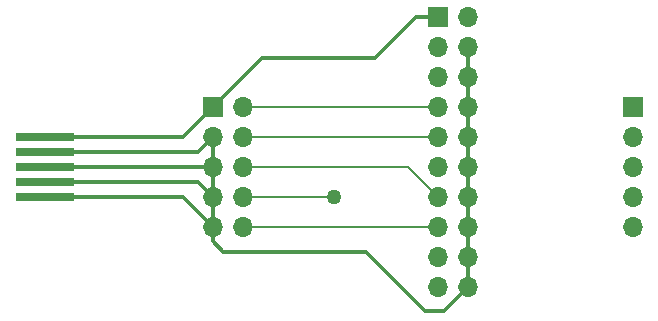
<source format=gbl>
%TF.GenerationSoftware,KiCad,Pcbnew,9.0.0*%
%TF.CreationDate,2025-03-31T22:32:49+08:00*%
%TF.ProjectId,stlink_ex,73746c69-6e6b-45f6-9578-2e6b69636164,rev?*%
%TF.SameCoordinates,Original*%
%TF.FileFunction,Copper,L2,Bot*%
%TF.FilePolarity,Positive*%
%FSLAX46Y46*%
G04 Gerber Fmt 4.6, Leading zero omitted, Abs format (unit mm)*
G04 Created by KiCad (PCBNEW 9.0.0) date 2025-03-31 22:32:49*
%MOMM*%
%LPD*%
G01*
G04 APERTURE LIST*
%TA.AperFunction,SMDPad,CuDef*%
%ADD10R,5.000000X0.700000*%
%TD*%
%TA.AperFunction,ComponentPad*%
%ADD11R,1.700000X1.700000*%
%TD*%
%TA.AperFunction,ComponentPad*%
%ADD12O,1.700000X1.700000*%
%TD*%
%TA.AperFunction,ViaPad*%
%ADD13C,1.270000*%
%TD*%
%TA.AperFunction,Conductor*%
%ADD14C,0.200000*%
%TD*%
%TA.AperFunction,Conductor*%
%ADD15C,0.130000*%
%TD*%
%TA.AperFunction,Conductor*%
%ADD16C,0.360000*%
%TD*%
G04 APERTURE END LIST*
D10*
%TO.P,J15,1,Pin_1*%
%TO.N,/MCU VDD*%
X102670000Y-113030000D03*
%TO.P,J15,3,Pin_3*%
%TO.N,/GND*%
X102670000Y-114300000D03*
%TO.P,J15,5,Pin_5*%
X102670000Y-115570000D03*
%TO.P,J15,7,Pin_7*%
X102670000Y-116840000D03*
%TO.P,J15,9,Pin_9*%
X102670000Y-118110000D03*
%TD*%
D11*
%TO.P,J14,1,Pin_1*%
%TO.N,/MCU VDD*%
X116840000Y-110495000D03*
D12*
%TO.P,J14,2,Pin_2*%
%TO.N,/JTMS*%
X119380000Y-110495000D03*
%TO.P,J14,3,Pin_3*%
%TO.N,/GND*%
X116840000Y-113035000D03*
%TO.P,J14,4,Pin_4*%
%TO.N,/JTCK*%
X119380000Y-113035000D03*
%TO.P,J14,5,Pin_5*%
%TO.N,/GND*%
X116840000Y-115575000D03*
%TO.P,J14,6,Pin_6*%
%TO.N,/JTDO*%
X119380000Y-115575000D03*
%TO.P,J14,7,Pin_7*%
%TO.N,/GND*%
X116840000Y-118115000D03*
%TO.P,J14,8,Pin_8*%
%TO.N,/JTDI*%
X119380000Y-118115000D03*
%TO.P,J14,9,Pin_9*%
%TO.N,/GND*%
X116840000Y-120655000D03*
%TO.P,J14,10,Pin_10*%
%TO.N,/NRST*%
X119380000Y-120655000D03*
%TD*%
D11*
%TO.P,J11,1*%
%TO.N,/MCU VDD*%
X152400000Y-110495000D03*
D12*
%TO.P,J11,2*%
%TO.N,/JTCK*%
X152400000Y-113035000D03*
%TO.P,J11,3*%
%TO.N,/JTMS*%
X152400000Y-115575000D03*
%TO.P,J11,4*%
%TO.N,/GND*%
X152400000Y-118115000D03*
%TO.P,J11,5*%
%TO.N,/NRST*%
X152400000Y-120655000D03*
%TD*%
D11*
%TO.P,J5,1,Pin_1*%
%TO.N,/MCU VDD*%
X135885000Y-102875000D03*
D12*
%TO.P,J5,2,Pin_2*%
X138425000Y-102875000D03*
%TO.P,J5,3,Pin_3*%
%TO.N,/NJTRST*%
X135885000Y-105415000D03*
%TO.P,J5,4,Pin_4*%
%TO.N,/GND*%
X138425000Y-105415000D03*
%TO.P,J5,5,Pin_5*%
%TO.N,/JTDI*%
X135885000Y-107955000D03*
%TO.P,J5,6,Pin_6*%
%TO.N,/GND*%
X138425000Y-107955000D03*
%TO.P,J5,7,Pin_7*%
%TO.N,/JTMS*%
X135885000Y-110495000D03*
%TO.P,J5,8,Pin_8*%
%TO.N,/GND*%
X138425000Y-110495000D03*
%TO.P,J5,9,Pin_9*%
%TO.N,/JTCK*%
X135885000Y-113035000D03*
%TO.P,J5,10,Pin_10*%
%TO.N,/GND*%
X138425000Y-113035000D03*
%TO.P,J5,11,Pin_11*%
%TO.N,unconnected-(J5-Pin_11-Pad11)*%
X135885000Y-115575000D03*
%TO.P,J5,12,Pin_12*%
%TO.N,/GND*%
X138425000Y-115575000D03*
%TO.P,J5,13,Pin_13*%
%TO.N,/JTDO*%
X135885000Y-118115000D03*
%TO.P,J5,14,Pin_14*%
%TO.N,/GND*%
X138425000Y-118115000D03*
%TO.P,J5,15,Pin_15*%
%TO.N,/NRST*%
X135885000Y-120655000D03*
%TO.P,J5,16,Pin_16*%
%TO.N,/GND*%
X138425000Y-120655000D03*
%TO.P,J5,17,Pin_17*%
%TO.N,unconnected-(J5-Pin_17-Pad17)*%
X135885000Y-123195000D03*
%TO.P,J5,18,Pin_18*%
%TO.N,/GND*%
X138425000Y-123195000D03*
%TO.P,J5,19,Pin_19*%
%TO.N,unconnected-(J5-Pin_19-Pad19)*%
X135885000Y-125735000D03*
%TO.P,J5,20,Pin_20*%
%TO.N,/GND*%
X138425000Y-125735000D03*
%TD*%
D13*
%TO.N,/JTDI*%
X127160000Y-118120000D03*
%TD*%
D14*
%TO.N,/JTDI*%
X119385000Y-118120000D02*
X127160000Y-118120000D01*
X119380000Y-118115000D02*
X119385000Y-118120000D01*
D15*
%TO.N,/JTMS*%
X135885000Y-110495000D02*
X119380000Y-110495000D01*
%TO.N,/JTCK*%
X135885000Y-113035000D02*
X119380000Y-113035000D01*
%TO.N,/JTDO*%
X133345000Y-115575000D02*
X119380000Y-115575000D01*
X135885000Y-118115000D02*
X133345000Y-115575000D01*
D14*
%TO.N,/NRST*%
X119380000Y-120655000D02*
X135885000Y-120655000D01*
D16*
%TO.N,/GND*%
X136410000Y-127750000D02*
X138425000Y-125735000D01*
X134840000Y-127750000D02*
X136410000Y-127750000D01*
X129830000Y-122740000D02*
X134840000Y-127750000D01*
X116840000Y-121830000D02*
X117750000Y-122740000D01*
X116840000Y-120655000D02*
X116840000Y-121830000D01*
X117750000Y-122740000D02*
X129830000Y-122740000D01*
X138425000Y-105415000D02*
X138425000Y-125735000D01*
%TO.N,/MCU VDD*%
X134095000Y-102875000D02*
X135885000Y-102875000D01*
X130630000Y-106340000D02*
X134095000Y-102875000D01*
X120995000Y-106340000D02*
X130630000Y-106340000D01*
X116840000Y-110495000D02*
X120995000Y-106340000D01*
%TO.N,/GND*%
X116840000Y-113035000D02*
X116840000Y-120655000D01*
X114295000Y-118110000D02*
X116840000Y-120655000D01*
X102670000Y-118110000D02*
X114295000Y-118110000D01*
X115565000Y-116840000D02*
X116840000Y-118115000D01*
X102670000Y-116840000D02*
X115565000Y-116840000D01*
X116835000Y-115570000D02*
X116840000Y-115575000D01*
X102670000Y-115570000D02*
X116835000Y-115570000D01*
X115575000Y-114300000D02*
X116840000Y-113035000D01*
X102670000Y-114300000D02*
X115575000Y-114300000D01*
%TO.N,/MCU VDD*%
X114305000Y-113030000D02*
X102670000Y-113030000D01*
X116840000Y-110495000D02*
X114305000Y-113030000D01*
D14*
X116840000Y-110600000D02*
X116910000Y-110670000D01*
X116840000Y-110495000D02*
X116840000Y-110600000D01*
%TD*%
M02*

</source>
